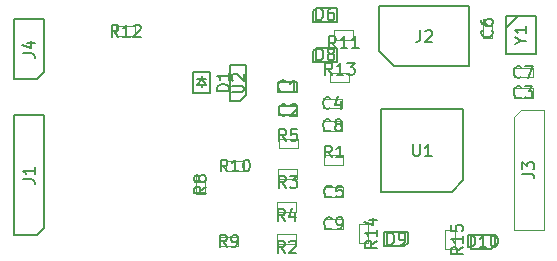
<source format=gbr>
G04 #@! TF.GenerationSoftware,KiCad,Pcbnew,(5.1.12)-1*
G04 #@! TF.CreationDate,2021-12-08T09:26:21+00:00*
G04 #@! TF.ProjectId,LightMinderSMD,4c696768-744d-4696-9e64-6572534d442e,rev?*
G04 #@! TF.SameCoordinates,Original*
G04 #@! TF.FileFunction,AssemblyDrawing,Top*
%FSLAX46Y46*%
G04 Gerber Fmt 4.6, Leading zero omitted, Abs format (unit mm)*
G04 Created by KiCad (PCBNEW (5.1.12)-1) date 2021-12-08 09:26:21*
%MOMM*%
%LPD*%
G01*
G04 APERTURE LIST*
%ADD10C,0.100000*%
%ADD11C,0.150000*%
G04 APERTURE END LIST*
D10*
X125887500Y-91500000D02*
X126712500Y-91500000D01*
X126712500Y-91500000D02*
X126712500Y-93100000D01*
X126712500Y-93100000D02*
X125887500Y-93100000D01*
X125887500Y-93100000D02*
X125887500Y-91500000D01*
X124575000Y-91100000D02*
X124575000Y-91900000D01*
X124575000Y-91900000D02*
X122975000Y-91900000D01*
X122975000Y-91900000D02*
X122975000Y-91100000D01*
X122975000Y-91100000D02*
X124575000Y-91100000D01*
X124475000Y-82800000D02*
X124475000Y-83600000D01*
X124475000Y-83600000D02*
X122875000Y-83600000D01*
X122875000Y-83600000D02*
X122875000Y-82800000D01*
X122875000Y-82800000D02*
X124475000Y-82800000D01*
X139025000Y-79100000D02*
X139025000Y-78300000D01*
X139025000Y-78300000D02*
X140625000Y-78300000D01*
X140625000Y-78300000D02*
X140625000Y-79100000D01*
X140625000Y-79100000D02*
X139025000Y-79100000D01*
X137200000Y-75725000D02*
X136400000Y-75725000D01*
X136400000Y-75725000D02*
X136400000Y-74125000D01*
X136400000Y-74125000D02*
X137200000Y-74125000D01*
X137200000Y-74125000D02*
X137200000Y-75725000D01*
X124575000Y-88400000D02*
X124575000Y-89200000D01*
X124575000Y-89200000D02*
X122975000Y-89200000D01*
X122975000Y-89200000D02*
X122975000Y-88400000D01*
X122975000Y-88400000D02*
X124575000Y-88400000D01*
X124475000Y-80900000D02*
X124475000Y-81700000D01*
X124475000Y-81700000D02*
X122875000Y-81700000D01*
X122875000Y-81700000D02*
X122875000Y-80900000D01*
X122875000Y-80900000D02*
X124475000Y-80900000D01*
X139025000Y-80800000D02*
X139025000Y-80000000D01*
X139025000Y-80000000D02*
X140625000Y-80000000D01*
X140625000Y-80000000D02*
X140625000Y-80800000D01*
X140625000Y-80800000D02*
X139025000Y-80800000D01*
X105390000Y-75612500D02*
X105390000Y-74787500D01*
X105390000Y-74787500D02*
X106990000Y-74787500D01*
X106990000Y-74787500D02*
X106990000Y-75612500D01*
X106990000Y-75612500D02*
X105390000Y-75612500D01*
X116225000Y-86187500D02*
X116225000Y-87012500D01*
X116225000Y-87012500D02*
X114625000Y-87012500D01*
X114625000Y-87012500D02*
X114625000Y-86187500D01*
X114625000Y-86187500D02*
X116225000Y-86187500D01*
X114100000Y-93412500D02*
X114100000Y-92587500D01*
X114100000Y-92587500D02*
X115700000Y-92587500D01*
X115700000Y-92587500D02*
X115700000Y-93412500D01*
X115700000Y-93412500D02*
X114100000Y-93412500D01*
X112087500Y-87375000D02*
X112912500Y-87375000D01*
X112912500Y-87375000D02*
X112912500Y-88975000D01*
X112912500Y-88975000D02*
X112087500Y-88975000D01*
X112087500Y-88975000D02*
X112087500Y-87375000D01*
X133187500Y-92025000D02*
X134012500Y-92025000D01*
X134012500Y-92025000D02*
X134012500Y-93625000D01*
X134012500Y-93625000D02*
X133187500Y-93625000D01*
X133187500Y-93625000D02*
X133187500Y-92025000D01*
X123500000Y-79512500D02*
X123500000Y-78687500D01*
X123500000Y-78687500D02*
X125100000Y-78687500D01*
X125100000Y-78687500D02*
X125100000Y-79512500D01*
X125100000Y-79512500D02*
X123500000Y-79512500D01*
X125425000Y-75087500D02*
X125425000Y-75912500D01*
X125425000Y-75912500D02*
X123825000Y-75912500D01*
X123825000Y-75912500D02*
X123825000Y-75087500D01*
X123825000Y-75087500D02*
X125425000Y-75087500D01*
X119125000Y-85112500D02*
X119125000Y-84287500D01*
X119125000Y-84287500D02*
X120725000Y-84287500D01*
X120725000Y-84287500D02*
X120725000Y-85112500D01*
X120725000Y-85112500D02*
X119125000Y-85112500D01*
X120625000Y-92387500D02*
X120625000Y-93212500D01*
X120625000Y-93212500D02*
X119025000Y-93212500D01*
X119025000Y-93212500D02*
X119025000Y-92387500D01*
X119025000Y-92387500D02*
X120625000Y-92387500D01*
X120600000Y-89687500D02*
X120600000Y-90512500D01*
X120600000Y-90512500D02*
X119000000Y-90512500D01*
X119000000Y-90512500D02*
X119000000Y-89687500D01*
X119000000Y-89687500D02*
X120600000Y-89687500D01*
X120700000Y-86887500D02*
X120700000Y-87712500D01*
X120700000Y-87712500D02*
X119100000Y-87712500D01*
X119100000Y-87712500D02*
X119100000Y-86887500D01*
X119100000Y-86887500D02*
X120700000Y-86887500D01*
X123000000Y-86512500D02*
X123000000Y-85687500D01*
X123000000Y-85687500D02*
X124600000Y-85687500D01*
X124600000Y-85687500D02*
X124600000Y-86512500D01*
X124600000Y-86512500D02*
X123000000Y-86512500D01*
X139665000Y-81850000D02*
X141570000Y-81850000D01*
X141570000Y-81850000D02*
X141570000Y-92010000D01*
X141570000Y-92010000D02*
X139030000Y-92010000D01*
X139030000Y-92010000D02*
X139030000Y-82485000D01*
X139030000Y-82485000D02*
X139665000Y-81850000D01*
D11*
X127650000Y-76900000D02*
X127650000Y-73090000D01*
X127650000Y-73090000D02*
X135270000Y-73090000D01*
X135270000Y-73090000D02*
X135270000Y-78170000D01*
X135270000Y-78170000D02*
X128920000Y-78170000D01*
X128920000Y-78170000D02*
X127650000Y-76900000D01*
X98635000Y-79270000D02*
X96730000Y-79270000D01*
X96730000Y-79270000D02*
X96730000Y-74190000D01*
X96730000Y-74190000D02*
X99270000Y-74190000D01*
X99270000Y-74190000D02*
X99270000Y-78635000D01*
X99270000Y-78635000D02*
X98635000Y-79270000D01*
X98635000Y-92470000D02*
X96730000Y-92470000D01*
X96730000Y-92470000D02*
X96730000Y-82310000D01*
X96730000Y-82310000D02*
X99270000Y-82310000D01*
X99270000Y-82310000D02*
X99270000Y-91835000D01*
X99270000Y-91835000D02*
X98635000Y-92470000D01*
X116400000Y-80550000D02*
X116400000Y-78100000D01*
X115850000Y-81120000D02*
X115000000Y-81120000D01*
X116400000Y-80550000D02*
X115850000Y-81120000D01*
X115000000Y-81120000D02*
X115000000Y-78080000D01*
X116400000Y-78080000D02*
X115000000Y-78080000D01*
X135400000Y-93600000D02*
X137100000Y-93600000D01*
X137100000Y-93600000D02*
X137400000Y-93300000D01*
X137400000Y-93300000D02*
X137400000Y-92400000D01*
X137400000Y-92400000D02*
X135400000Y-92400000D01*
X135400000Y-92400000D02*
X135400000Y-93600000D01*
X128062500Y-93400000D02*
X129762500Y-93400000D01*
X129762500Y-93400000D02*
X130062500Y-93100000D01*
X130062500Y-93100000D02*
X130062500Y-92200000D01*
X130062500Y-92200000D02*
X128062500Y-92200000D01*
X128062500Y-92200000D02*
X128062500Y-93400000D01*
X124062500Y-76600000D02*
X122362500Y-76600000D01*
X122362500Y-76600000D02*
X122062500Y-76900000D01*
X122062500Y-76900000D02*
X122062500Y-77800000D01*
X122062500Y-77800000D02*
X124062500Y-77800000D01*
X124062500Y-77800000D02*
X124062500Y-76600000D01*
X124062500Y-73200000D02*
X122362500Y-73200000D01*
X122362500Y-73200000D02*
X122062500Y-73500000D01*
X122062500Y-73500000D02*
X122062500Y-74400000D01*
X122062500Y-74400000D02*
X124062500Y-74400000D01*
X124062500Y-74400000D02*
X124062500Y-73200000D01*
X119112500Y-82300000D02*
X119112500Y-81500000D01*
X119112500Y-81500000D02*
X120712500Y-81500000D01*
X120712500Y-81500000D02*
X120712500Y-82300000D01*
X120712500Y-82300000D02*
X119112500Y-82300000D01*
X119087500Y-80300000D02*
X119087500Y-79500000D01*
X119087500Y-79500000D02*
X120687500Y-79500000D01*
X120687500Y-79500000D02*
X120687500Y-80300000D01*
X120687500Y-80300000D02*
X119087500Y-80300000D01*
X140900000Y-73900000D02*
X138400000Y-73900000D01*
X138400000Y-73900000D02*
X138400000Y-77100000D01*
X138400000Y-77100000D02*
X140900000Y-77100000D01*
X140900000Y-77100000D02*
X140900000Y-73900000D01*
X139400000Y-73900000D02*
X138400000Y-74900000D01*
X112600000Y-79700000D02*
X112600000Y-79950000D01*
X112250000Y-79700000D02*
X112600000Y-79200000D01*
X112950000Y-79700000D02*
X112250000Y-79700000D01*
X112600000Y-79200000D02*
X112950000Y-79700000D01*
X112600000Y-79200000D02*
X112600000Y-79000000D01*
X112950000Y-79200000D02*
X112250000Y-79200000D01*
X111900000Y-78600000D02*
X113300000Y-78600000D01*
X111900000Y-80400000D02*
X111900000Y-78600000D01*
X113300000Y-80400000D02*
X111900000Y-80400000D01*
X113300000Y-78600000D02*
X113300000Y-80400000D01*
X133766000Y-88804000D02*
X127766000Y-88804000D01*
X127766000Y-88804000D02*
X127766000Y-81804000D01*
X127766000Y-81804000D02*
X134766000Y-81804000D01*
X134766000Y-81804000D02*
X134766000Y-87804000D01*
X134766000Y-87804000D02*
X133766000Y-88804000D01*
X127432380Y-92942857D02*
X126956190Y-93276190D01*
X127432380Y-93514285D02*
X126432380Y-93514285D01*
X126432380Y-93133333D01*
X126480000Y-93038095D01*
X126527619Y-92990476D01*
X126622857Y-92942857D01*
X126765714Y-92942857D01*
X126860952Y-92990476D01*
X126908571Y-93038095D01*
X126956190Y-93133333D01*
X126956190Y-93514285D01*
X127432380Y-91990476D02*
X127432380Y-92561904D01*
X127432380Y-92276190D02*
X126432380Y-92276190D01*
X126575238Y-92371428D01*
X126670476Y-92466666D01*
X126718095Y-92561904D01*
X126765714Y-91133333D02*
X127432380Y-91133333D01*
X126384761Y-91371428D02*
X127099047Y-91609523D01*
X127099047Y-90990476D01*
X123608333Y-91857142D02*
X123560714Y-91904761D01*
X123417857Y-91952380D01*
X123322619Y-91952380D01*
X123179761Y-91904761D01*
X123084523Y-91809523D01*
X123036904Y-91714285D01*
X122989285Y-91523809D01*
X122989285Y-91380952D01*
X123036904Y-91190476D01*
X123084523Y-91095238D01*
X123179761Y-91000000D01*
X123322619Y-90952380D01*
X123417857Y-90952380D01*
X123560714Y-91000000D01*
X123608333Y-91047619D01*
X124084523Y-91952380D02*
X124275000Y-91952380D01*
X124370238Y-91904761D01*
X124417857Y-91857142D01*
X124513095Y-91714285D01*
X124560714Y-91523809D01*
X124560714Y-91142857D01*
X124513095Y-91047619D01*
X124465476Y-91000000D01*
X124370238Y-90952380D01*
X124179761Y-90952380D01*
X124084523Y-91000000D01*
X124036904Y-91047619D01*
X123989285Y-91142857D01*
X123989285Y-91380952D01*
X124036904Y-91476190D01*
X124084523Y-91523809D01*
X124179761Y-91571428D01*
X124370238Y-91571428D01*
X124465476Y-91523809D01*
X124513095Y-91476190D01*
X124560714Y-91380952D01*
X123508333Y-83557142D02*
X123460714Y-83604761D01*
X123317857Y-83652380D01*
X123222619Y-83652380D01*
X123079761Y-83604761D01*
X122984523Y-83509523D01*
X122936904Y-83414285D01*
X122889285Y-83223809D01*
X122889285Y-83080952D01*
X122936904Y-82890476D01*
X122984523Y-82795238D01*
X123079761Y-82700000D01*
X123222619Y-82652380D01*
X123317857Y-82652380D01*
X123460714Y-82700000D01*
X123508333Y-82747619D01*
X124079761Y-83080952D02*
X123984523Y-83033333D01*
X123936904Y-82985714D01*
X123889285Y-82890476D01*
X123889285Y-82842857D01*
X123936904Y-82747619D01*
X123984523Y-82700000D01*
X124079761Y-82652380D01*
X124270238Y-82652380D01*
X124365476Y-82700000D01*
X124413095Y-82747619D01*
X124460714Y-82842857D01*
X124460714Y-82890476D01*
X124413095Y-82985714D01*
X124365476Y-83033333D01*
X124270238Y-83080952D01*
X124079761Y-83080952D01*
X123984523Y-83128571D01*
X123936904Y-83176190D01*
X123889285Y-83271428D01*
X123889285Y-83461904D01*
X123936904Y-83557142D01*
X123984523Y-83604761D01*
X124079761Y-83652380D01*
X124270238Y-83652380D01*
X124365476Y-83604761D01*
X124413095Y-83557142D01*
X124460714Y-83461904D01*
X124460714Y-83271428D01*
X124413095Y-83176190D01*
X124365476Y-83128571D01*
X124270238Y-83080952D01*
X139658333Y-79057142D02*
X139610714Y-79104761D01*
X139467857Y-79152380D01*
X139372619Y-79152380D01*
X139229761Y-79104761D01*
X139134523Y-79009523D01*
X139086904Y-78914285D01*
X139039285Y-78723809D01*
X139039285Y-78580952D01*
X139086904Y-78390476D01*
X139134523Y-78295238D01*
X139229761Y-78200000D01*
X139372619Y-78152380D01*
X139467857Y-78152380D01*
X139610714Y-78200000D01*
X139658333Y-78247619D01*
X139991666Y-78152380D02*
X140658333Y-78152380D01*
X140229761Y-79152380D01*
X137157142Y-75091666D02*
X137204761Y-75139285D01*
X137252380Y-75282142D01*
X137252380Y-75377380D01*
X137204761Y-75520238D01*
X137109523Y-75615476D01*
X137014285Y-75663095D01*
X136823809Y-75710714D01*
X136680952Y-75710714D01*
X136490476Y-75663095D01*
X136395238Y-75615476D01*
X136300000Y-75520238D01*
X136252380Y-75377380D01*
X136252380Y-75282142D01*
X136300000Y-75139285D01*
X136347619Y-75091666D01*
X136252380Y-74234523D02*
X136252380Y-74425000D01*
X136300000Y-74520238D01*
X136347619Y-74567857D01*
X136490476Y-74663095D01*
X136680952Y-74710714D01*
X137061904Y-74710714D01*
X137157142Y-74663095D01*
X137204761Y-74615476D01*
X137252380Y-74520238D01*
X137252380Y-74329761D01*
X137204761Y-74234523D01*
X137157142Y-74186904D01*
X137061904Y-74139285D01*
X136823809Y-74139285D01*
X136728571Y-74186904D01*
X136680952Y-74234523D01*
X136633333Y-74329761D01*
X136633333Y-74520238D01*
X136680952Y-74615476D01*
X136728571Y-74663095D01*
X136823809Y-74710714D01*
X123608333Y-89157142D02*
X123560714Y-89204761D01*
X123417857Y-89252380D01*
X123322619Y-89252380D01*
X123179761Y-89204761D01*
X123084523Y-89109523D01*
X123036904Y-89014285D01*
X122989285Y-88823809D01*
X122989285Y-88680952D01*
X123036904Y-88490476D01*
X123084523Y-88395238D01*
X123179761Y-88300000D01*
X123322619Y-88252380D01*
X123417857Y-88252380D01*
X123560714Y-88300000D01*
X123608333Y-88347619D01*
X124513095Y-88252380D02*
X124036904Y-88252380D01*
X123989285Y-88728571D01*
X124036904Y-88680952D01*
X124132142Y-88633333D01*
X124370238Y-88633333D01*
X124465476Y-88680952D01*
X124513095Y-88728571D01*
X124560714Y-88823809D01*
X124560714Y-89061904D01*
X124513095Y-89157142D01*
X124465476Y-89204761D01*
X124370238Y-89252380D01*
X124132142Y-89252380D01*
X124036904Y-89204761D01*
X123989285Y-89157142D01*
X123508333Y-81657142D02*
X123460714Y-81704761D01*
X123317857Y-81752380D01*
X123222619Y-81752380D01*
X123079761Y-81704761D01*
X122984523Y-81609523D01*
X122936904Y-81514285D01*
X122889285Y-81323809D01*
X122889285Y-81180952D01*
X122936904Y-80990476D01*
X122984523Y-80895238D01*
X123079761Y-80800000D01*
X123222619Y-80752380D01*
X123317857Y-80752380D01*
X123460714Y-80800000D01*
X123508333Y-80847619D01*
X124365476Y-81085714D02*
X124365476Y-81752380D01*
X124127380Y-80704761D02*
X123889285Y-81419047D01*
X124508333Y-81419047D01*
X139658333Y-80757142D02*
X139610714Y-80804761D01*
X139467857Y-80852380D01*
X139372619Y-80852380D01*
X139229761Y-80804761D01*
X139134523Y-80709523D01*
X139086904Y-80614285D01*
X139039285Y-80423809D01*
X139039285Y-80280952D01*
X139086904Y-80090476D01*
X139134523Y-79995238D01*
X139229761Y-79900000D01*
X139372619Y-79852380D01*
X139467857Y-79852380D01*
X139610714Y-79900000D01*
X139658333Y-79947619D01*
X139991666Y-79852380D02*
X140610714Y-79852380D01*
X140277380Y-80233333D01*
X140420238Y-80233333D01*
X140515476Y-80280952D01*
X140563095Y-80328571D01*
X140610714Y-80423809D01*
X140610714Y-80661904D01*
X140563095Y-80757142D01*
X140515476Y-80804761D01*
X140420238Y-80852380D01*
X140134523Y-80852380D01*
X140039285Y-80804761D01*
X139991666Y-80757142D01*
X105547142Y-75652380D02*
X105213809Y-75176190D01*
X104975714Y-75652380D02*
X104975714Y-74652380D01*
X105356666Y-74652380D01*
X105451904Y-74700000D01*
X105499523Y-74747619D01*
X105547142Y-74842857D01*
X105547142Y-74985714D01*
X105499523Y-75080952D01*
X105451904Y-75128571D01*
X105356666Y-75176190D01*
X104975714Y-75176190D01*
X106499523Y-75652380D02*
X105928095Y-75652380D01*
X106213809Y-75652380D02*
X106213809Y-74652380D01*
X106118571Y-74795238D01*
X106023333Y-74890476D01*
X105928095Y-74938095D01*
X106880476Y-74747619D02*
X106928095Y-74700000D01*
X107023333Y-74652380D01*
X107261428Y-74652380D01*
X107356666Y-74700000D01*
X107404285Y-74747619D01*
X107451904Y-74842857D01*
X107451904Y-74938095D01*
X107404285Y-75080952D01*
X106832857Y-75652380D01*
X107451904Y-75652380D01*
X114782142Y-87052380D02*
X114448809Y-86576190D01*
X114210714Y-87052380D02*
X114210714Y-86052380D01*
X114591666Y-86052380D01*
X114686904Y-86100000D01*
X114734523Y-86147619D01*
X114782142Y-86242857D01*
X114782142Y-86385714D01*
X114734523Y-86480952D01*
X114686904Y-86528571D01*
X114591666Y-86576190D01*
X114210714Y-86576190D01*
X115734523Y-87052380D02*
X115163095Y-87052380D01*
X115448809Y-87052380D02*
X115448809Y-86052380D01*
X115353571Y-86195238D01*
X115258333Y-86290476D01*
X115163095Y-86338095D01*
X116353571Y-86052380D02*
X116448809Y-86052380D01*
X116544047Y-86100000D01*
X116591666Y-86147619D01*
X116639285Y-86242857D01*
X116686904Y-86433333D01*
X116686904Y-86671428D01*
X116639285Y-86861904D01*
X116591666Y-86957142D01*
X116544047Y-87004761D01*
X116448809Y-87052380D01*
X116353571Y-87052380D01*
X116258333Y-87004761D01*
X116210714Y-86957142D01*
X116163095Y-86861904D01*
X116115476Y-86671428D01*
X116115476Y-86433333D01*
X116163095Y-86242857D01*
X116210714Y-86147619D01*
X116258333Y-86100000D01*
X116353571Y-86052380D01*
X114733333Y-93452380D02*
X114400000Y-92976190D01*
X114161904Y-93452380D02*
X114161904Y-92452380D01*
X114542857Y-92452380D01*
X114638095Y-92500000D01*
X114685714Y-92547619D01*
X114733333Y-92642857D01*
X114733333Y-92785714D01*
X114685714Y-92880952D01*
X114638095Y-92928571D01*
X114542857Y-92976190D01*
X114161904Y-92976190D01*
X115209523Y-93452380D02*
X115400000Y-93452380D01*
X115495238Y-93404761D01*
X115542857Y-93357142D01*
X115638095Y-93214285D01*
X115685714Y-93023809D01*
X115685714Y-92642857D01*
X115638095Y-92547619D01*
X115590476Y-92500000D01*
X115495238Y-92452380D01*
X115304761Y-92452380D01*
X115209523Y-92500000D01*
X115161904Y-92547619D01*
X115114285Y-92642857D01*
X115114285Y-92880952D01*
X115161904Y-92976190D01*
X115209523Y-93023809D01*
X115304761Y-93071428D01*
X115495238Y-93071428D01*
X115590476Y-93023809D01*
X115638095Y-92976190D01*
X115685714Y-92880952D01*
X112952380Y-88341666D02*
X112476190Y-88675000D01*
X112952380Y-88913095D02*
X111952380Y-88913095D01*
X111952380Y-88532142D01*
X112000000Y-88436904D01*
X112047619Y-88389285D01*
X112142857Y-88341666D01*
X112285714Y-88341666D01*
X112380952Y-88389285D01*
X112428571Y-88436904D01*
X112476190Y-88532142D01*
X112476190Y-88913095D01*
X112380952Y-87770238D02*
X112333333Y-87865476D01*
X112285714Y-87913095D01*
X112190476Y-87960714D01*
X112142857Y-87960714D01*
X112047619Y-87913095D01*
X112000000Y-87865476D01*
X111952380Y-87770238D01*
X111952380Y-87579761D01*
X112000000Y-87484523D01*
X112047619Y-87436904D01*
X112142857Y-87389285D01*
X112190476Y-87389285D01*
X112285714Y-87436904D01*
X112333333Y-87484523D01*
X112380952Y-87579761D01*
X112380952Y-87770238D01*
X112428571Y-87865476D01*
X112476190Y-87913095D01*
X112571428Y-87960714D01*
X112761904Y-87960714D01*
X112857142Y-87913095D01*
X112904761Y-87865476D01*
X112952380Y-87770238D01*
X112952380Y-87579761D01*
X112904761Y-87484523D01*
X112857142Y-87436904D01*
X112761904Y-87389285D01*
X112571428Y-87389285D01*
X112476190Y-87436904D01*
X112428571Y-87484523D01*
X112380952Y-87579761D01*
X134732380Y-93467857D02*
X134256190Y-93801190D01*
X134732380Y-94039285D02*
X133732380Y-94039285D01*
X133732380Y-93658333D01*
X133780000Y-93563095D01*
X133827619Y-93515476D01*
X133922857Y-93467857D01*
X134065714Y-93467857D01*
X134160952Y-93515476D01*
X134208571Y-93563095D01*
X134256190Y-93658333D01*
X134256190Y-94039285D01*
X134732380Y-92515476D02*
X134732380Y-93086904D01*
X134732380Y-92801190D02*
X133732380Y-92801190D01*
X133875238Y-92896428D01*
X133970476Y-92991666D01*
X134018095Y-93086904D01*
X133732380Y-91610714D02*
X133732380Y-92086904D01*
X134208571Y-92134523D01*
X134160952Y-92086904D01*
X134113333Y-91991666D01*
X134113333Y-91753571D01*
X134160952Y-91658333D01*
X134208571Y-91610714D01*
X134303809Y-91563095D01*
X134541904Y-91563095D01*
X134637142Y-91610714D01*
X134684761Y-91658333D01*
X134732380Y-91753571D01*
X134732380Y-91991666D01*
X134684761Y-92086904D01*
X134637142Y-92134523D01*
X123657142Y-78872380D02*
X123323809Y-78396190D01*
X123085714Y-78872380D02*
X123085714Y-77872380D01*
X123466666Y-77872380D01*
X123561904Y-77920000D01*
X123609523Y-77967619D01*
X123657142Y-78062857D01*
X123657142Y-78205714D01*
X123609523Y-78300952D01*
X123561904Y-78348571D01*
X123466666Y-78396190D01*
X123085714Y-78396190D01*
X124609523Y-78872380D02*
X124038095Y-78872380D01*
X124323809Y-78872380D02*
X124323809Y-77872380D01*
X124228571Y-78015238D01*
X124133333Y-78110476D01*
X124038095Y-78158095D01*
X124942857Y-77872380D02*
X125561904Y-77872380D01*
X125228571Y-78253333D01*
X125371428Y-78253333D01*
X125466666Y-78300952D01*
X125514285Y-78348571D01*
X125561904Y-78443809D01*
X125561904Y-78681904D01*
X125514285Y-78777142D01*
X125466666Y-78824761D01*
X125371428Y-78872380D01*
X125085714Y-78872380D01*
X124990476Y-78824761D01*
X124942857Y-78777142D01*
X123982142Y-76632380D02*
X123648809Y-76156190D01*
X123410714Y-76632380D02*
X123410714Y-75632380D01*
X123791666Y-75632380D01*
X123886904Y-75680000D01*
X123934523Y-75727619D01*
X123982142Y-75822857D01*
X123982142Y-75965714D01*
X123934523Y-76060952D01*
X123886904Y-76108571D01*
X123791666Y-76156190D01*
X123410714Y-76156190D01*
X124934523Y-76632380D02*
X124363095Y-76632380D01*
X124648809Y-76632380D02*
X124648809Y-75632380D01*
X124553571Y-75775238D01*
X124458333Y-75870476D01*
X124363095Y-75918095D01*
X125886904Y-76632380D02*
X125315476Y-76632380D01*
X125601190Y-76632380D02*
X125601190Y-75632380D01*
X125505952Y-75775238D01*
X125410714Y-75870476D01*
X125315476Y-75918095D01*
X119758333Y-84472380D02*
X119425000Y-83996190D01*
X119186904Y-84472380D02*
X119186904Y-83472380D01*
X119567857Y-83472380D01*
X119663095Y-83520000D01*
X119710714Y-83567619D01*
X119758333Y-83662857D01*
X119758333Y-83805714D01*
X119710714Y-83900952D01*
X119663095Y-83948571D01*
X119567857Y-83996190D01*
X119186904Y-83996190D01*
X120663095Y-83472380D02*
X120186904Y-83472380D01*
X120139285Y-83948571D01*
X120186904Y-83900952D01*
X120282142Y-83853333D01*
X120520238Y-83853333D01*
X120615476Y-83900952D01*
X120663095Y-83948571D01*
X120710714Y-84043809D01*
X120710714Y-84281904D01*
X120663095Y-84377142D01*
X120615476Y-84424761D01*
X120520238Y-84472380D01*
X120282142Y-84472380D01*
X120186904Y-84424761D01*
X120139285Y-84377142D01*
X119658333Y-93932380D02*
X119325000Y-93456190D01*
X119086904Y-93932380D02*
X119086904Y-92932380D01*
X119467857Y-92932380D01*
X119563095Y-92980000D01*
X119610714Y-93027619D01*
X119658333Y-93122857D01*
X119658333Y-93265714D01*
X119610714Y-93360952D01*
X119563095Y-93408571D01*
X119467857Y-93456190D01*
X119086904Y-93456190D01*
X120039285Y-93027619D02*
X120086904Y-92980000D01*
X120182142Y-92932380D01*
X120420238Y-92932380D01*
X120515476Y-92980000D01*
X120563095Y-93027619D01*
X120610714Y-93122857D01*
X120610714Y-93218095D01*
X120563095Y-93360952D01*
X119991666Y-93932380D01*
X120610714Y-93932380D01*
X119633333Y-91232380D02*
X119300000Y-90756190D01*
X119061904Y-91232380D02*
X119061904Y-90232380D01*
X119442857Y-90232380D01*
X119538095Y-90280000D01*
X119585714Y-90327619D01*
X119633333Y-90422857D01*
X119633333Y-90565714D01*
X119585714Y-90660952D01*
X119538095Y-90708571D01*
X119442857Y-90756190D01*
X119061904Y-90756190D01*
X120490476Y-90565714D02*
X120490476Y-91232380D01*
X120252380Y-90184761D02*
X120014285Y-90899047D01*
X120633333Y-90899047D01*
X119733333Y-88432380D02*
X119400000Y-87956190D01*
X119161904Y-88432380D02*
X119161904Y-87432380D01*
X119542857Y-87432380D01*
X119638095Y-87480000D01*
X119685714Y-87527619D01*
X119733333Y-87622857D01*
X119733333Y-87765714D01*
X119685714Y-87860952D01*
X119638095Y-87908571D01*
X119542857Y-87956190D01*
X119161904Y-87956190D01*
X120066666Y-87432380D02*
X120685714Y-87432380D01*
X120352380Y-87813333D01*
X120495238Y-87813333D01*
X120590476Y-87860952D01*
X120638095Y-87908571D01*
X120685714Y-88003809D01*
X120685714Y-88241904D01*
X120638095Y-88337142D01*
X120590476Y-88384761D01*
X120495238Y-88432380D01*
X120209523Y-88432380D01*
X120114285Y-88384761D01*
X120066666Y-88337142D01*
X123633333Y-85872380D02*
X123300000Y-85396190D01*
X123061904Y-85872380D02*
X123061904Y-84872380D01*
X123442857Y-84872380D01*
X123538095Y-84920000D01*
X123585714Y-84967619D01*
X123633333Y-85062857D01*
X123633333Y-85205714D01*
X123585714Y-85300952D01*
X123538095Y-85348571D01*
X123442857Y-85396190D01*
X123061904Y-85396190D01*
X124585714Y-85872380D02*
X124014285Y-85872380D01*
X124300000Y-85872380D02*
X124300000Y-84872380D01*
X124204761Y-85015238D01*
X124109523Y-85110476D01*
X124014285Y-85158095D01*
X139752380Y-87263333D02*
X140466666Y-87263333D01*
X140609523Y-87310952D01*
X140704761Y-87406190D01*
X140752380Y-87549047D01*
X140752380Y-87644285D01*
X139752380Y-86882380D02*
X139752380Y-86263333D01*
X140133333Y-86596666D01*
X140133333Y-86453809D01*
X140180952Y-86358571D01*
X140228571Y-86310952D01*
X140323809Y-86263333D01*
X140561904Y-86263333D01*
X140657142Y-86310952D01*
X140704761Y-86358571D01*
X140752380Y-86453809D01*
X140752380Y-86739523D01*
X140704761Y-86834761D01*
X140657142Y-86882380D01*
X131126666Y-75082380D02*
X131126666Y-75796666D01*
X131079047Y-75939523D01*
X130983809Y-76034761D01*
X130840952Y-76082380D01*
X130745714Y-76082380D01*
X131555238Y-75177619D02*
X131602857Y-75130000D01*
X131698095Y-75082380D01*
X131936190Y-75082380D01*
X132031428Y-75130000D01*
X132079047Y-75177619D01*
X132126666Y-75272857D01*
X132126666Y-75368095D01*
X132079047Y-75510952D01*
X131507619Y-76082380D01*
X132126666Y-76082380D01*
X97452380Y-77063333D02*
X98166666Y-77063333D01*
X98309523Y-77110952D01*
X98404761Y-77206190D01*
X98452380Y-77349047D01*
X98452380Y-77444285D01*
X97785714Y-76158571D02*
X98452380Y-76158571D01*
X97404761Y-76396666D02*
X98119047Y-76634761D01*
X98119047Y-76015714D01*
X97452380Y-87723333D02*
X98166666Y-87723333D01*
X98309523Y-87770952D01*
X98404761Y-87866190D01*
X98452380Y-88009047D01*
X98452380Y-88104285D01*
X98452380Y-86723333D02*
X98452380Y-87294761D01*
X98452380Y-87009047D02*
X97452380Y-87009047D01*
X97595238Y-87104285D01*
X97690476Y-87199523D01*
X97738095Y-87294761D01*
X115152380Y-80361904D02*
X115961904Y-80361904D01*
X116057142Y-80314285D01*
X116104761Y-80266666D01*
X116152380Y-80171428D01*
X116152380Y-79980952D01*
X116104761Y-79885714D01*
X116057142Y-79838095D01*
X115961904Y-79790476D01*
X115152380Y-79790476D01*
X115247619Y-79361904D02*
X115200000Y-79314285D01*
X115152380Y-79219047D01*
X115152380Y-78980952D01*
X115200000Y-78885714D01*
X115247619Y-78838095D01*
X115342857Y-78790476D01*
X115438095Y-78790476D01*
X115580952Y-78838095D01*
X116152380Y-79409523D01*
X116152380Y-78790476D01*
X135185714Y-93452380D02*
X135185714Y-92452380D01*
X135423809Y-92452380D01*
X135566666Y-92500000D01*
X135661904Y-92595238D01*
X135709523Y-92690476D01*
X135757142Y-92880952D01*
X135757142Y-93023809D01*
X135709523Y-93214285D01*
X135661904Y-93309523D01*
X135566666Y-93404761D01*
X135423809Y-93452380D01*
X135185714Y-93452380D01*
X136709523Y-93452380D02*
X136138095Y-93452380D01*
X136423809Y-93452380D02*
X136423809Y-92452380D01*
X136328571Y-92595238D01*
X136233333Y-92690476D01*
X136138095Y-92738095D01*
X137328571Y-92452380D02*
X137423809Y-92452380D01*
X137519047Y-92500000D01*
X137566666Y-92547619D01*
X137614285Y-92642857D01*
X137661904Y-92833333D01*
X137661904Y-93071428D01*
X137614285Y-93261904D01*
X137566666Y-93357142D01*
X137519047Y-93404761D01*
X137423809Y-93452380D01*
X137328571Y-93452380D01*
X137233333Y-93404761D01*
X137185714Y-93357142D01*
X137138095Y-93261904D01*
X137090476Y-93071428D01*
X137090476Y-92833333D01*
X137138095Y-92642857D01*
X137185714Y-92547619D01*
X137233333Y-92500000D01*
X137328571Y-92452380D01*
X128324404Y-93252380D02*
X128324404Y-92252380D01*
X128562500Y-92252380D01*
X128705357Y-92300000D01*
X128800595Y-92395238D01*
X128848214Y-92490476D01*
X128895833Y-92680952D01*
X128895833Y-92823809D01*
X128848214Y-93014285D01*
X128800595Y-93109523D01*
X128705357Y-93204761D01*
X128562500Y-93252380D01*
X128324404Y-93252380D01*
X129372023Y-93252380D02*
X129562500Y-93252380D01*
X129657738Y-93204761D01*
X129705357Y-93157142D01*
X129800595Y-93014285D01*
X129848214Y-92823809D01*
X129848214Y-92442857D01*
X129800595Y-92347619D01*
X129752976Y-92300000D01*
X129657738Y-92252380D01*
X129467261Y-92252380D01*
X129372023Y-92300000D01*
X129324404Y-92347619D01*
X129276785Y-92442857D01*
X129276785Y-92680952D01*
X129324404Y-92776190D01*
X129372023Y-92823809D01*
X129467261Y-92871428D01*
X129657738Y-92871428D01*
X129752976Y-92823809D01*
X129800595Y-92776190D01*
X129848214Y-92680952D01*
X122324404Y-77652380D02*
X122324404Y-76652380D01*
X122562500Y-76652380D01*
X122705357Y-76700000D01*
X122800595Y-76795238D01*
X122848214Y-76890476D01*
X122895833Y-77080952D01*
X122895833Y-77223809D01*
X122848214Y-77414285D01*
X122800595Y-77509523D01*
X122705357Y-77604761D01*
X122562500Y-77652380D01*
X122324404Y-77652380D01*
X123467261Y-77080952D02*
X123372023Y-77033333D01*
X123324404Y-76985714D01*
X123276785Y-76890476D01*
X123276785Y-76842857D01*
X123324404Y-76747619D01*
X123372023Y-76700000D01*
X123467261Y-76652380D01*
X123657738Y-76652380D01*
X123752976Y-76700000D01*
X123800595Y-76747619D01*
X123848214Y-76842857D01*
X123848214Y-76890476D01*
X123800595Y-76985714D01*
X123752976Y-77033333D01*
X123657738Y-77080952D01*
X123467261Y-77080952D01*
X123372023Y-77128571D01*
X123324404Y-77176190D01*
X123276785Y-77271428D01*
X123276785Y-77461904D01*
X123324404Y-77557142D01*
X123372023Y-77604761D01*
X123467261Y-77652380D01*
X123657738Y-77652380D01*
X123752976Y-77604761D01*
X123800595Y-77557142D01*
X123848214Y-77461904D01*
X123848214Y-77271428D01*
X123800595Y-77176190D01*
X123752976Y-77128571D01*
X123657738Y-77080952D01*
X122324404Y-74252380D02*
X122324404Y-73252380D01*
X122562500Y-73252380D01*
X122705357Y-73300000D01*
X122800595Y-73395238D01*
X122848214Y-73490476D01*
X122895833Y-73680952D01*
X122895833Y-73823809D01*
X122848214Y-74014285D01*
X122800595Y-74109523D01*
X122705357Y-74204761D01*
X122562500Y-74252380D01*
X122324404Y-74252380D01*
X123752976Y-73252380D02*
X123562500Y-73252380D01*
X123467261Y-73300000D01*
X123419642Y-73347619D01*
X123324404Y-73490476D01*
X123276785Y-73680952D01*
X123276785Y-74061904D01*
X123324404Y-74157142D01*
X123372023Y-74204761D01*
X123467261Y-74252380D01*
X123657738Y-74252380D01*
X123752976Y-74204761D01*
X123800595Y-74157142D01*
X123848214Y-74061904D01*
X123848214Y-73823809D01*
X123800595Y-73728571D01*
X123752976Y-73680952D01*
X123657738Y-73633333D01*
X123467261Y-73633333D01*
X123372023Y-73680952D01*
X123324404Y-73728571D01*
X123276785Y-73823809D01*
X119745833Y-82257142D02*
X119698214Y-82304761D01*
X119555357Y-82352380D01*
X119460119Y-82352380D01*
X119317261Y-82304761D01*
X119222023Y-82209523D01*
X119174404Y-82114285D01*
X119126785Y-81923809D01*
X119126785Y-81780952D01*
X119174404Y-81590476D01*
X119222023Y-81495238D01*
X119317261Y-81400000D01*
X119460119Y-81352380D01*
X119555357Y-81352380D01*
X119698214Y-81400000D01*
X119745833Y-81447619D01*
X120126785Y-81447619D02*
X120174404Y-81400000D01*
X120269642Y-81352380D01*
X120507738Y-81352380D01*
X120602976Y-81400000D01*
X120650595Y-81447619D01*
X120698214Y-81542857D01*
X120698214Y-81638095D01*
X120650595Y-81780952D01*
X120079166Y-82352380D01*
X120698214Y-82352380D01*
X119720833Y-80257142D02*
X119673214Y-80304761D01*
X119530357Y-80352380D01*
X119435119Y-80352380D01*
X119292261Y-80304761D01*
X119197023Y-80209523D01*
X119149404Y-80114285D01*
X119101785Y-79923809D01*
X119101785Y-79780952D01*
X119149404Y-79590476D01*
X119197023Y-79495238D01*
X119292261Y-79400000D01*
X119435119Y-79352380D01*
X119530357Y-79352380D01*
X119673214Y-79400000D01*
X119720833Y-79447619D01*
X120673214Y-80352380D02*
X120101785Y-80352380D01*
X120387500Y-80352380D02*
X120387500Y-79352380D01*
X120292261Y-79495238D01*
X120197023Y-79590476D01*
X120101785Y-79638095D01*
X139626190Y-75976190D02*
X140102380Y-75976190D01*
X139102380Y-76309523D02*
X139626190Y-75976190D01*
X139102380Y-75642857D01*
X140102380Y-74785714D02*
X140102380Y-75357142D01*
X140102380Y-75071428D02*
X139102380Y-75071428D01*
X139245238Y-75166666D01*
X139340476Y-75261904D01*
X139388095Y-75357142D01*
X114902380Y-80238095D02*
X113902380Y-80238095D01*
X113902380Y-80000000D01*
X113950000Y-79857142D01*
X114045238Y-79761904D01*
X114140476Y-79714285D01*
X114330952Y-79666666D01*
X114473809Y-79666666D01*
X114664285Y-79714285D01*
X114759523Y-79761904D01*
X114854761Y-79857142D01*
X114902380Y-80000000D01*
X114902380Y-80238095D01*
X114902380Y-78714285D02*
X114902380Y-79285714D01*
X114902380Y-79000000D02*
X113902380Y-79000000D01*
X114045238Y-79095238D01*
X114140476Y-79190476D01*
X114188095Y-79285714D01*
X130504095Y-84756380D02*
X130504095Y-85565904D01*
X130551714Y-85661142D01*
X130599333Y-85708761D01*
X130694571Y-85756380D01*
X130885047Y-85756380D01*
X130980285Y-85708761D01*
X131027904Y-85661142D01*
X131075523Y-85565904D01*
X131075523Y-84756380D01*
X132075523Y-85756380D02*
X131504095Y-85756380D01*
X131789809Y-85756380D02*
X131789809Y-84756380D01*
X131694571Y-84899238D01*
X131599333Y-84994476D01*
X131504095Y-85042095D01*
M02*

</source>
